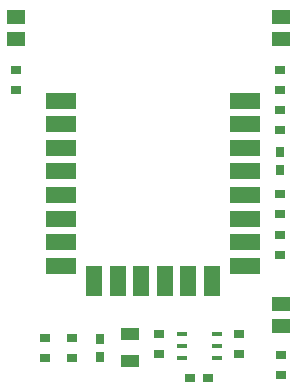
<source format=gtp>
G04*
G04 #@! TF.GenerationSoftware,Altium Limited,Altium Designer,18.0.12 (696)*
G04*
G04 Layer_Color=8421504*
%FSLAX44Y44*%
%MOMM*%
G71*
G01*
G75*
%ADD18R,2.5000X1.4000*%
%ADD19R,1.4000X2.5000*%
%ADD20R,1.5000X1.3000*%
%ADD21R,0.9144X0.7620*%
%ADD22R,0.8500X0.6500*%
%ADD23R,1.5000X1.0000*%
%ADD24R,0.7620X0.9144*%
%ADD25R,0.8103X0.2997*%
D18*
X1294130Y709620D02*
D03*
Y689620D02*
D03*
X1139130Y669620D02*
D03*
X1294130Y769620D02*
D03*
Y789620D02*
D03*
Y809620D02*
D03*
Y729620D02*
D03*
Y749620D02*
D03*
X1139130Y729620D02*
D03*
Y689620D02*
D03*
Y709620D02*
D03*
X1294130Y669620D02*
D03*
X1139130Y749620D02*
D03*
Y769620D02*
D03*
Y789620D02*
D03*
Y809620D02*
D03*
D19*
X1166630Y657120D02*
D03*
X1186630D02*
D03*
X1206630D02*
D03*
X1266630D02*
D03*
X1246630D02*
D03*
X1226630D02*
D03*
D20*
X1100582Y861720D02*
D03*
Y880720D02*
D03*
X1324610Y861720D02*
D03*
Y880720D02*
D03*
X1324864Y618388D02*
D03*
Y637388D02*
D03*
D21*
X1248156Y574548D02*
D03*
X1263396D02*
D03*
D22*
X1289304Y612004D02*
D03*
Y595004D02*
D03*
X1221740Y612004D02*
D03*
Y595004D02*
D03*
X1324356Y784488D02*
D03*
Y801488D02*
D03*
Y679078D02*
D03*
Y696078D02*
D03*
Y713622D02*
D03*
Y730622D02*
D03*
X1324864Y594224D02*
D03*
Y577224D02*
D03*
X1324558Y818548D02*
D03*
Y835548D02*
D03*
X1100276Y818548D02*
D03*
Y835548D02*
D03*
X1125220Y591820D02*
D03*
Y608820D02*
D03*
X1148276Y608820D02*
D03*
Y591820D02*
D03*
D23*
X1196848Y589206D02*
D03*
Y611706D02*
D03*
D24*
X1324356Y765810D02*
D03*
Y750570D02*
D03*
X1171448Y607704D02*
D03*
Y592464D02*
D03*
D25*
X1270533Y611937D02*
D03*
X1241527D02*
D03*
Y591947D02*
D03*
X1270533D02*
D03*
Y601929D02*
D03*
X1241527D02*
D03*
M02*

</source>
